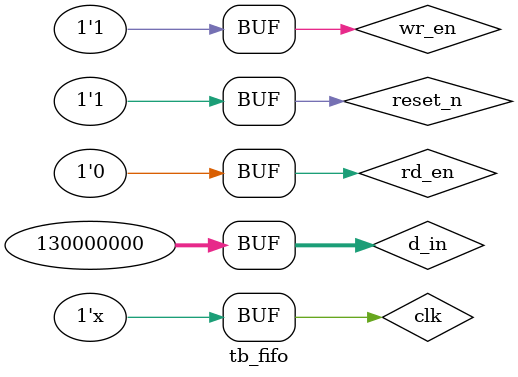
<source format=v>
`timescale 1ns/100ps

module tb_fifo;
	reg clk, reset_n, rd_en, wr_en;
	reg[31:0] d_in;
	wire[31:0] d_out;
	wire full, empty, wr_ack, wr_err, rd_ack, rd_err;
	wire[4:0] data_count;
	
	fifo_16 fifo_16_1(clk, reset_n, rd_en, wr_en, d_in, d_out, full, empty, wr_ack, wr_err, rd_ack, rd_err, data_count);
	
	always
		begin
			#5; clk = ~clk; //cycle of clk is 10ns
		end
	
	initial
		begin
			#4; clk = 0; reset_n = 1; rd_en = 0; wr_en = 0; d_in = 0; #10;
			reset_n = 0; #10; reset_n = 1; #10; //resetted
			
			rd_en = 1; wr_en = 0; #10; //read but nothing is writted (read error)
			rd_en = 0; wr_en = 1; d_in = 10000000; #10;
			d_in = 20000000; #10;
			d_in = 30000000; #10;
			d_in = 40000000; #10; //write 4 values (count = 4)
			rd_en = 1; wr_en = 0; #20;
			//#100; //read 2 values (count = 2)
			rd_en = 0; wr_en = 1; d_in = 50000000; #10;
			d_in = 60000000; #10;
			d_in = 70000000; #10;
			d_in = 80000000; #10; //write 4 values (count = 6)
			rd_en = 1; wr_en = 0; #20;
			//#100; //read 2 values (count = 4)
			rd_en = 0; wr_en = 1; d_in = 90000000; #10;
			d_in = 100000000; #10;
			d_in = 110000000; #10;
			d_in = 120000000; #10; //write 4 values (count = 8)
			
			rd_en = 0; wr_en = 1; d_in = 10000000; #10;
			d_in = 20000000; #10;
			d_in = 30000000; #10;
			d_in = 40000000; #10; //write 4 values (count = 12)
			rd_en = 1; wr_en = 0; #20;
			//#100; //read 2 values (count = 10)
			rd_en = 0; wr_en = 1; d_in = 50000000; #10;
			d_in = 60000000; #10;
			d_in = 70000000; #10;
			d_in = 80000000; #10; //write 4 values (count = 14)
			rd_en = 1; wr_en = 0; #20;
			//#100; //read 2 values (count = 2)
			rd_en = 0; wr_en = 1; d_in = 90000000; #10;
			d_in = 100000000; #10;
			d_in = 110000000; #10;
			d_in = 120000000; #10; //write 4 values (count = 16)
			
			d_in = 130000000; #10; //write but everything is writted (write error)
		end 
endmodule 
</source>
